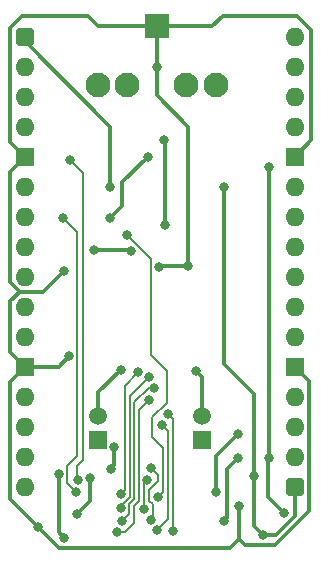
<source format=gbl>
%TF.GenerationSoftware,KiCad,Pcbnew,8.0.4*%
%TF.CreationDate,2024-08-20T21:33:43+02:00*%
%TF.ProjectId,Audio DAC,41756469-6f20-4444-9143-2e6b69636164,V0*%
%TF.SameCoordinates,PX6d01460PY32de760*%
%TF.FileFunction,Copper,L2,Bot*%
%TF.FilePolarity,Positive*%
%FSLAX46Y46*%
G04 Gerber Fmt 4.6, Leading zero omitted, Abs format (unit mm)*
G04 Created by KiCad (PCBNEW 8.0.4) date 2024-08-20 21:33:43*
%MOMM*%
%LPD*%
G01*
G04 APERTURE LIST*
G04 Aperture macros list*
%AMRoundRect*
0 Rectangle with rounded corners*
0 $1 Rounding radius*
0 $2 $3 $4 $5 $6 $7 $8 $9 X,Y pos of 4 corners*
0 Add a 4 corners polygon primitive as box body*
4,1,4,$2,$3,$4,$5,$6,$7,$8,$9,$2,$3,0*
0 Add four circle primitives for the rounded corners*
1,1,$1+$1,$2,$3*
1,1,$1+$1,$4,$5*
1,1,$1+$1,$6,$7*
1,1,$1+$1,$8,$9*
0 Add four rect primitives between the rounded corners*
20,1,$1+$1,$2,$3,$4,$5,0*
20,1,$1+$1,$4,$5,$6,$7,0*
20,1,$1+$1,$6,$7,$8,$9,0*
20,1,$1+$1,$8,$9,$2,$3,0*%
G04 Aperture macros list end*
%TA.AperFunction,ComponentPad*%
%ADD10R,1.500000X1.500000*%
%TD*%
%TA.AperFunction,ComponentPad*%
%ADD11C,1.500000*%
%TD*%
%TA.AperFunction,ComponentPad*%
%ADD12R,2.100000X2.100000*%
%TD*%
%TA.AperFunction,ComponentPad*%
%ADD13C,2.100000*%
%TD*%
%TA.AperFunction,ComponentPad*%
%ADD14RoundRect,0.400000X-0.400000X-0.400000X0.400000X-0.400000X0.400000X0.400000X-0.400000X0.400000X0*%
%TD*%
%TA.AperFunction,ComponentPad*%
%ADD15O,1.600000X1.600000*%
%TD*%
%TA.AperFunction,ComponentPad*%
%ADD16R,1.600000X1.600000*%
%TD*%
%TA.AperFunction,ViaPad*%
%ADD17C,0.800000*%
%TD*%
%TA.AperFunction,Conductor*%
%ADD18C,0.380000*%
%TD*%
%TA.AperFunction,Conductor*%
%ADD19C,0.200000*%
%TD*%
G04 APERTURE END LIST*
D10*
%TO.P,C5,1*%
%TO.N,Net-(IC6-OUTA)*%
X6223000Y-34163000D03*
D11*
%TO.P,C5,2*%
%TO.N,Net-(C5-Pad2)*%
X6223000Y-32163000D03*
%TD*%
D12*
%TO.P,J2,1,GND*%
%TO.N,GND*%
X11176000Y881000D03*
D13*
%TO.P,J2,2,R*%
%TO.N,/Line Out Right*%
X6176000Y-4119000D03*
%TO.P,J2,3,L*%
%TO.N,/Line Out Left*%
X16176000Y-4119000D03*
%TO.P,J2,4,RN*%
%TO.N,unconnected-(J2-RN-Pad4)*%
X8676000Y-4119000D03*
%TO.P,J2,5,LN*%
%TO.N,unconnected-(J2-LN-Pad5)*%
X13676000Y-4119000D03*
%TD*%
D14*
%TO.P,J1,1,Pin_1*%
%TO.N,5V*%
X0Y0D03*
D15*
%TO.P,J1,2,Pin_2*%
%TO.N,unconnected-(J1-Pin_2-Pad2)*%
X0Y-2540000D03*
%TO.P,J1,3,Pin_3*%
%TO.N,unconnected-(J1-Pin_3-Pad3)*%
X0Y-5080000D03*
%TO.P,J1,4,Pin_4*%
%TO.N,~{Enable}*%
X0Y-7620000D03*
D16*
%TO.P,J1,5,Pin_5*%
%TO.N,GND*%
X0Y-10160000D03*
D15*
%TO.P,J1,6,Pin_6*%
%TO.N,A0*%
X0Y-12700000D03*
%TO.P,J1,7,Pin_7*%
%TO.N,~{WR}*%
X0Y-15240000D03*
%TO.P,J1,8,Pin_8*%
%TO.N,D7*%
X0Y-17780000D03*
%TO.P,J1,9,Pin_9*%
%TO.N,D6*%
X0Y-20320000D03*
%TO.P,J1,10,Pin_10*%
%TO.N,D5*%
X0Y-22860000D03*
%TO.P,J1,11,Pin_11*%
%TO.N,D4*%
X0Y-25400000D03*
D16*
%TO.P,J1,12,Pin_12*%
%TO.N,GND*%
X0Y-27940000D03*
D15*
%TO.P,J1,13,Pin_13*%
%TO.N,D3*%
X0Y-30480000D03*
%TO.P,J1,14,Pin_14*%
%TO.N,D2*%
X0Y-33020000D03*
%TO.P,J1,15,Pin_15*%
%TO.N,D1*%
X0Y-35560000D03*
%TO.P,J1,16,Pin_16*%
%TO.N,D0*%
X0Y-38100000D03*
D14*
%TO.P,J1,17,Pin_17*%
%TO.N,5V*%
X22860000Y-38100000D03*
D15*
%TO.P,J1,18,Pin_18*%
%TO.N,unconnected-(J1-Pin_18-Pad18)*%
X22860000Y-35560000D03*
%TO.P,J1,19,Pin_19*%
%TO.N,unconnected-(J1-Pin_19-Pad19)*%
X22860000Y-33020000D03*
%TO.P,J1,20,Pin_20*%
%TO.N,unconnected-(J1-Pin_20-Pad20)*%
X22860000Y-30480000D03*
D16*
%TO.P,J1,21,Pin_21*%
%TO.N,GND*%
X22860000Y-27940000D03*
D15*
%TO.P,J1,22,Pin_22*%
%TO.N,unconnected-(J1-Pin_22-Pad22)*%
X22860000Y-25400000D03*
%TO.P,J1,23,Pin_23*%
%TO.N,unconnected-(J1-Pin_23-Pad23)*%
X22860000Y-22860000D03*
%TO.P,J1,24,Pin_24*%
%TO.N,unconnected-(J1-Pin_24-Pad24)*%
X22860000Y-20320000D03*
%TO.P,J1,25,Pin_25*%
%TO.N,unconnected-(J1-Pin_25-Pad25)*%
X22860000Y-17780000D03*
%TO.P,J1,26,Pin_26*%
%TO.N,unconnected-(J1-Pin_26-Pad26)*%
X22860000Y-15240000D03*
%TO.P,J1,27,Pin_27*%
%TO.N,unconnected-(J1-Pin_27-Pad27)*%
X22860000Y-12700000D03*
D16*
%TO.P,J1,28,Pin_28*%
%TO.N,GND*%
X22860000Y-10160000D03*
D15*
%TO.P,J1,29,Pin_29*%
%TO.N,unconnected-(J1-Pin_29-Pad29)*%
X22860000Y-7620000D03*
%TO.P,J1,30,Pin_30*%
%TO.N,unconnected-(J1-Pin_30-Pad30)*%
X22860000Y-5080000D03*
%TO.P,J1,31,Pin_31*%
%TO.N,unconnected-(J1-Pin_31-Pad31)*%
X22860000Y-2540000D03*
%TO.P,J1,32,Pin_32*%
%TO.N,unconnected-(J1-Pin_32-Pad32)*%
X22860000Y0D03*
%TD*%
D10*
%TO.P,C12,1*%
%TO.N,Net-(IC6-OUTB)*%
X14986000Y-34163000D03*
D11*
%TO.P,C12,2*%
%TO.N,Net-(C12-Pad2)*%
X14986000Y-32163000D03*
%TD*%
D17*
%TO.N,Net-(C5-Pad2)*%
X8128000Y-28194000D03*
%TO.N,5V*%
X7573002Y-34733000D03*
X7306996Y-36576000D03*
%TO.N,D1*%
X10672000Y-36538793D03*
%TO.N,GND*%
X11366500Y-19494500D03*
X5842000Y-18034000D03*
X11176000Y-2540000D03*
X1142998Y-41552504D03*
X8994669Y-18183331D03*
X18161000Y-39751000D03*
X3302000Y-19812000D03*
X13843000Y-19431000D03*
X3744982Y-27051000D03*
%TO.N,5V*%
X3349410Y-42443969D03*
X19431000Y-37211000D03*
X16891000Y-12745000D03*
X2868000Y-37011000D03*
X7239000Y-12760617D03*
X20193000Y-42164000D03*
%TO.N,Net-(IC1-CAP+)*%
X18034000Y-33655010D03*
X16183004Y-38538936D03*
%TO.N,Net-(IC1-CAP-)*%
X16891000Y-41021000D03*
X18034010Y-35687000D03*
%TO.N,/-5V*%
X20701004Y-35687000D03*
X20701000Y-11049000D03*
X21954763Y-40369763D03*
%TO.N,Net-(IC6-REF)*%
X5476917Y-37386537D03*
X4445000Y-40386000D03*
%TO.N,Net-(IC7-IN_1+)*%
X7239000Y-15367000D03*
X10414000Y-10160000D03*
%TO.N,Net-(C12-Pad2)*%
X14478000Y-28321000D03*
%TO.N,Net-(IC7-IN_2+)*%
X11864797Y-15988067D03*
X11811000Y-8763000D03*
%TO.N,D1*%
X10668000Y-40894000D03*
%TO.N,D6*%
X8123430Y-39918077D03*
X10528080Y-28798853D03*
%TO.N,~{WR}*%
X3237000Y-15367002D03*
X4337257Y-38574000D03*
%TO.N,D2*%
X11144248Y-41808977D03*
X11578988Y-32864000D03*
%TO.N,D0*%
X10371135Y-37522344D03*
X10107584Y-39979742D03*
%TO.N,D5*%
X10922000Y-29718000D03*
X8255000Y-41049126D03*
%TO.N,D4*%
X10541000Y-30769241D03*
X7782016Y-41955000D03*
%TO.N,A0*%
X11241000Y-38994712D03*
X8636004Y-16764000D03*
%TO.N,D7*%
X8115219Y-38758771D03*
X9600054Y-28426331D03*
%TO.N,D3*%
X12109868Y-31958091D03*
X12573000Y-41895987D03*
%TO.N,~{Enable}*%
X4497187Y-37586871D03*
X3810000Y-10414000D03*
%TD*%
D18*
%TO.N,Net-(C12-Pad2)*%
X14986000Y-28829000D02*
X14478000Y-28321000D01*
X14986000Y-32163000D02*
X14986000Y-28829000D01*
%TO.N,Net-(C5-Pad2)*%
X6223000Y-30099000D02*
X8128000Y-28194000D01*
X6223000Y-32163000D02*
X6223000Y-30099000D01*
%TO.N,5V*%
X7573002Y-36309994D02*
X7306996Y-36576000D01*
X7573002Y-34733000D02*
X7573002Y-36309994D01*
D19*
%TO.N,D7*%
X8471000Y-29555385D02*
X9600054Y-28426331D01*
X8471000Y-38402990D02*
X8471000Y-29555385D01*
X8115219Y-38758771D02*
X8471000Y-38402990D01*
%TO.N,D6*%
X8871000Y-30455932D02*
X10528080Y-28798853D01*
X8871000Y-38992940D02*
X8871000Y-30455932D01*
X8123430Y-39740511D02*
X8871000Y-38992940D01*
X8123430Y-39918077D02*
X8123430Y-39740511D01*
%TO.N,D5*%
X8852984Y-39576643D02*
X8852984Y-40451142D01*
X9271000Y-39158627D02*
X8852984Y-39576643D01*
X9271000Y-30978580D02*
X9271000Y-39158627D01*
%TO.N,D4*%
X8508661Y-41955000D02*
X7782016Y-41955000D01*
%TO.N,D5*%
X10922000Y-29718000D02*
X10531580Y-29718000D01*
X8852984Y-40451142D02*
X8255000Y-41049126D01*
X10531580Y-29718000D02*
X9271000Y-30978580D01*
%TO.N,D4*%
X9671000Y-39365836D02*
X9263998Y-39772838D01*
X9671000Y-31639241D02*
X9671000Y-39365836D01*
X9263998Y-41199663D02*
X8508661Y-41955000D01*
X10541000Y-30769241D02*
X9671000Y-31639241D01*
X9263998Y-39772838D02*
X9263998Y-41199663D01*
%TO.N,D0*%
X10371135Y-37522344D02*
X10107584Y-37785895D01*
X10107584Y-37785895D02*
X10107584Y-39979742D01*
%TO.N,D1*%
X10807584Y-40754416D02*
X10668000Y-40894000D01*
X10807584Y-39591923D02*
X10807584Y-40754416D01*
X10541000Y-39325339D02*
X10807584Y-39591923D01*
X10541000Y-38398661D02*
X10541000Y-39325339D01*
X11284000Y-37655661D02*
X10541000Y-38398661D01*
X11284000Y-37150793D02*
X11284000Y-37655661D01*
X10672000Y-36538793D02*
X11284000Y-37150793D01*
%TO.N,D3*%
X12573000Y-32421223D02*
X12109868Y-31958091D01*
X12573000Y-41895987D02*
X12573000Y-32421223D01*
%TO.N,D2*%
X12084000Y-33369012D02*
X11578988Y-32864000D01*
X12084000Y-40869225D02*
X12084000Y-33369012D01*
X11144248Y-41808977D02*
X12084000Y-40869225D01*
D18*
%TO.N,Net-(IC6-REF)*%
X5476917Y-39354083D02*
X5476917Y-37386537D01*
X4445000Y-40386000D02*
X5476917Y-39354083D01*
D19*
%TO.N,~{Enable}*%
X4953000Y-11557000D02*
X3810000Y-10414000D01*
X4445000Y-36322000D02*
X4953000Y-35814000D01*
X4445000Y-37534684D02*
X4445000Y-36322000D01*
X4497187Y-37586871D02*
X4445000Y-37534684D01*
X4953000Y-35814000D02*
X4953000Y-11557000D01*
%TO.N,~{WR}*%
X4445000Y-35515339D02*
X4445000Y-16575002D01*
X3568000Y-37804743D02*
X3568000Y-36392339D01*
X4337257Y-38574000D02*
X3568000Y-37804743D01*
X3568000Y-36392339D02*
X4445000Y-35515339D01*
X4445000Y-16575002D02*
X3237000Y-15367002D01*
D18*
%TO.N,5V*%
X7239000Y-7620000D02*
X7239000Y-12760617D01*
X0Y-381000D02*
X7239000Y-7620000D01*
D19*
%TO.N,A0*%
X10666500Y-26978500D02*
X10666500Y-18794496D01*
X10795000Y-32248176D02*
X12048155Y-30995021D01*
X11684000Y-34798000D02*
X10795000Y-33909000D01*
X11684000Y-38551712D02*
X11684000Y-34798000D01*
X12048155Y-28360155D02*
X10666500Y-26978500D01*
X11241000Y-38994712D02*
X11684000Y-38551712D01*
X10666500Y-18794496D02*
X8636004Y-16764000D01*
X12048155Y-30995021D02*
X12048155Y-28360155D01*
X10795000Y-33909000D02*
X10795000Y-32248176D01*
D18*
%TO.N,GND*%
X2921873Y-43331379D02*
X1142998Y-41552504D01*
X18161000Y-42545000D02*
X17374621Y-43331379D01*
X17374621Y-43331379D02*
X2921873Y-43331379D01*
%TO.N,5V*%
X2868000Y-41962559D02*
X3349410Y-42443969D01*
X2868000Y-37011000D02*
X2868000Y-41962559D01*
%TO.N,GND*%
X1142998Y-41552498D02*
X1142998Y-41552504D01*
X-1270000Y-39139500D02*
X1142998Y-41552498D01*
X-1270000Y-29210000D02*
X-1270000Y-39139500D01*
X0Y-27940000D02*
X-1270000Y-29210000D01*
%TO.N,Net-(IC1-CAP+)*%
X16183004Y-35506006D02*
X18034000Y-33655010D01*
X16183004Y-38538936D02*
X16183004Y-35506006D01*
%TO.N,/-5V*%
X20701000Y-11049000D02*
X20701004Y-11049004D01*
X20701004Y-11049004D02*
X20701004Y-35687000D01*
X20574000Y-35814004D02*
X20701004Y-35687000D01*
X20574000Y-38989000D02*
X20574000Y-35814004D01*
X21954763Y-40369763D02*
X20574000Y-38989000D01*
%TO.N,5V*%
X19431000Y-30226008D02*
X19431000Y-37211000D01*
X16891000Y-27686008D02*
X19431000Y-30226008D01*
%TO.N,Net-(IC1-CAP-)*%
X17145000Y-36576010D02*
X18034010Y-35687000D01*
X17145000Y-40767000D02*
X17145000Y-36576010D01*
X16891000Y-41021000D02*
X17145000Y-40767000D01*
%TO.N,5V*%
X16891000Y-27686008D02*
X16891000Y-12745000D01*
%TO.N,Net-(IC7-IN_1+)*%
X8255000Y-12319000D02*
X8255000Y-14351000D01*
X10414000Y-10160000D02*
X8255000Y-12319000D01*
X8255000Y-14351000D02*
X7239000Y-15367000D01*
%TO.N,GND*%
X8845338Y-18034000D02*
X8994669Y-18183331D01*
X5842000Y-18034000D02*
X8845338Y-18034000D01*
%TO.N,Net-(IC7-IN_2+)*%
X11864797Y-8816797D02*
X11864797Y-15988067D01*
X11811000Y-8763000D02*
X11864797Y-8816797D01*
%TO.N,GND*%
X13843000Y-7620000D02*
X11176000Y-4953000D01*
X11430000Y-19431000D02*
X13843000Y-19431000D01*
X11176000Y881000D02*
X6231000Y881000D01*
X24257000Y-8763000D02*
X24257000Y523958D01*
X6231000Y881000D02*
X5334000Y1778000D01*
X-1270000Y-26670000D02*
X-1270000Y-22432000D01*
X18161000Y-42545000D02*
X18669000Y-43053000D01*
X-428000Y-21590000D02*
X-1270000Y-20748000D01*
X-1270000Y762000D02*
X-254000Y1778000D01*
X24050000Y-40212000D02*
X24050000Y-29130000D01*
X24257000Y523958D02*
X23002958Y1778000D01*
X0Y-27940000D02*
X-1270000Y-26670000D01*
X18669000Y-43053000D02*
X21209000Y-43053000D01*
X-1270000Y-8890000D02*
X-1270000Y762000D01*
X11430000Y-19431000D02*
X11366500Y-19494500D01*
X24050000Y-29130000D02*
X22860000Y-27940000D01*
X-1270000Y-20748000D02*
X-1270000Y-11430000D01*
X15867000Y881000D02*
X16764000Y1778000D01*
X13843000Y-19431000D02*
X13843000Y-7620000D01*
X11176000Y881000D02*
X15867000Y881000D01*
X-1270000Y-11430000D02*
X0Y-10160000D01*
X18161000Y-42545000D02*
X18161000Y-39751000D01*
X0Y-27940000D02*
X2855982Y-27940000D01*
X-1270000Y-22432000D02*
X-428000Y-21590000D01*
X11176000Y881000D02*
X11176000Y-2540000D01*
X23002958Y1778000D02*
X16764000Y1778000D01*
X0Y-10160000D02*
X-1270000Y-8890000D01*
X2855982Y-27940000D02*
X3744982Y-27051000D01*
X1524000Y-21590000D02*
X-428000Y-21590000D01*
X11176000Y-4953000D02*
X11176000Y-2540000D01*
X21209000Y-43053000D02*
X24050000Y-40212000D01*
X-254000Y1778000D02*
X5334000Y1778000D01*
X3302000Y-19812000D02*
X1524000Y-21590000D01*
X22860000Y-10160000D02*
X24257000Y-8763000D01*
%TO.N,5V*%
X20193000Y-42164000D02*
X19431000Y-41402000D01*
X21277756Y-42164000D02*
X20193000Y-42164000D01*
X22860000Y-38100000D02*
X22860000Y-40581756D01*
X22860000Y-40581756D02*
X21277756Y-42164000D01*
X19431000Y-41402000D02*
X19431000Y-37211000D01*
%TD*%
M02*

</source>
